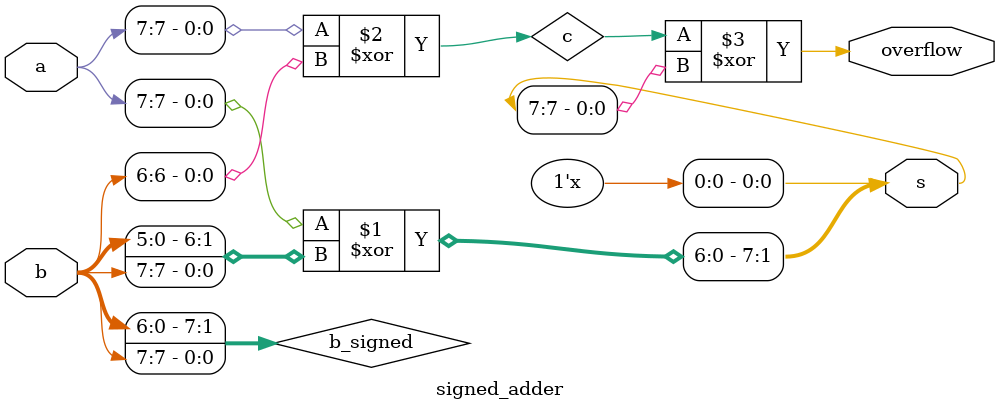
<source format=v>

module signed_adder(input [7:0] a,
    input [7:0] b,
    output [7:0] s,
    output overflow
); 

// The numbers a and b are added to the output s. 
// assign the occurence of the signed overflow of a and b to the output overflow.
// a signed overflow occurs if the most significant bits of a and b are low and the most significant bit of s is high
// a signed overflow may also occur if the most significant bits of a and b are high and the most significant bit of s is low


wire [7:0] b_signed; // b is treated as signed and unsigned

assign b_signed = {b[6:0], b[7]}; // b is treated as signed and unsigned

// bitwise xor of a and b is used in the xor of the carry that is output

assign s = {a[6:0], a[7]^b_signed[6:0], c[0]}; 

// The carry is the output of the xor of the most significant bit of a and b.

assign c = a[7]^b_signed[7]; 

assign overflow = c^s[7]; // xor of the most significant bit of c and s is the overflow.

endmodule

</source>
